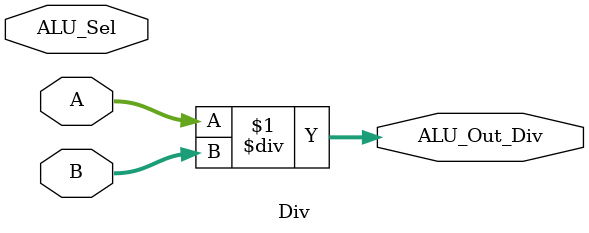
<source format=v>
module Div(output [3:0] ALU_Out_Div,input [3:0] A, input [3:0] B,input [3:0] ALU_Sel);
assign ALU_Out_Div = A/B ;
endmodule

</source>
